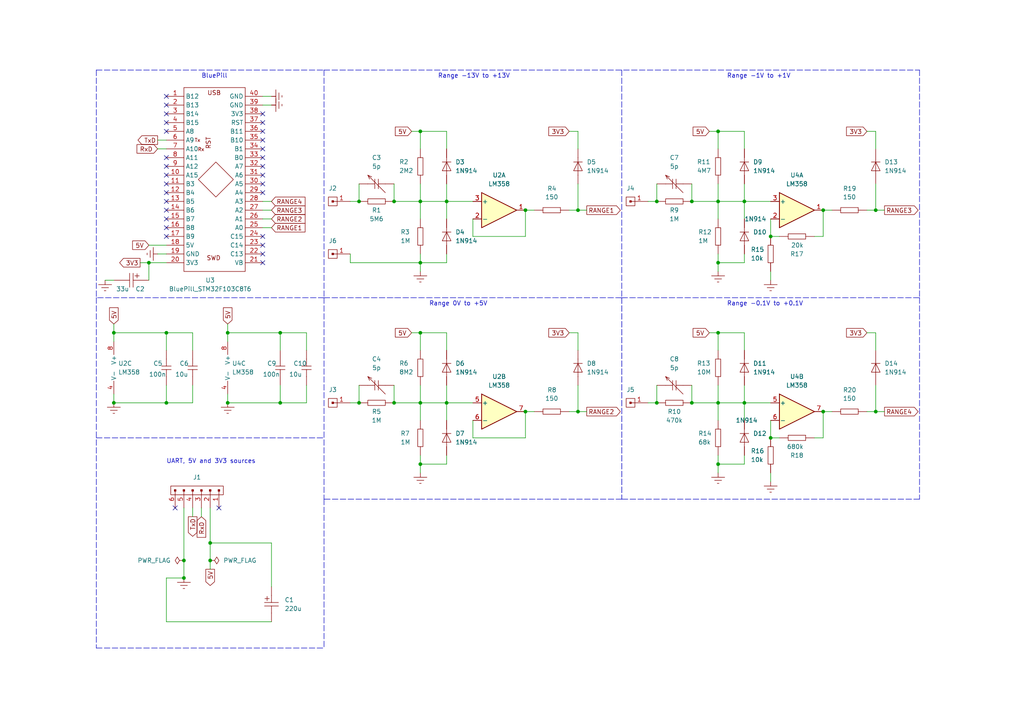
<source format=kicad_sch>
(kicad_sch (version 20211123) (generator eeschema)
  (paper "A4")
  (title_block (title "Arduino Blue Pill Scope") (date "2025-02-17") (rev "1") (company "https://github.com/dvhx/arduino-blue-pill-scope"))
  (lib_symbols
    (symbol "Amplifier_Operational:LM358" (pin_names (offset 0.127))
      (property "Reference" "U" (at 0 5.08 0))
      (property "Value" "LM358" (at 0 -5.08 0))
      (symbol "LM358_1_1"
        (polyline (pts (xy -5.08 5.08) (xy 5.08 0) (xy -5.08 -5.08) (xy -5.08 5.08)) (stroke (width 0.254)) (fill (type background)))
        (pin output line (at 7.62 0 180) (length 2.54) (name "~") (number "1"))
        (pin input line (at -7.62 -2.54 0) (length 2.54) (name "-") (number "2"))
        (pin input line (at -7.62 2.54 0) (length 2.54) (name "+") (number "3"))
      )
      (symbol "LM358_2_1"
        (polyline (pts (xy -5.08 5.08) (xy 5.08 0) (xy -5.08 -5.08) (xy -5.08 5.08)) (stroke (width 0.254)) (fill (type background)))
        (pin input line (at -7.62 2.54 0) (length 2.54) (name "+") (number "5"))
        (pin input line (at -7.62 -2.54 0) (length 2.54) (name "-") (number "6"))
        (pin output line (at 7.62 0 180) (length 2.54) (name "~") (number "7"))
      )
      (symbol "LM358_3_1"
        (pin power_in line (at -2.54 -7.62 90) (length 3.81) (name "V-") (number "4"))
        (pin power_in line (at -2.54 7.62 270) (length 3.81) (name "V+") (number "8"))
      )
    )
    (symbol "dvhx-kicad-library-2:BluePill_STM32F103C8T6"
      (property "Reference" "U" (at 13.716 4.064 0))
      (property "Value" "BluePill_STM32F103C8T6" (at 14.605 -52.07 0))
      (symbol "BluePill_STM32F103C8T6_0_0"
        (polyline (pts (xy 14.351 -19.05) (xy 9.271 -24.13) (xy 14.351 -29.21) (xy 19.431 -24.13) (xy 14.351 -19.05)))
        (text "RST" (at 12.192 -13.462 900) (effects (font (size 1.27 1.27))))
        (text "Rx" (at 10.033 -15.367 0) (effects (font (size 1 1))))
        (text "SWD" (at 13.7025 -46.8664 0) (effects (font (size 1.27 1.27))))
        (text "Tx" (at 9.017 -12.7 0) (effects (font (size 1 1))))
        (text "USB" (at 13.8464 1.0378 0) (effects (font (size 1.27 1.27))))
      )
      (symbol "BluePill_STM32F103C8T6_0_1"
        (rectangle (start 5.08 2.54) (end 22.86 -50.8))
      )
      (symbol "BluePill_STM32F103C8T6_1_1"
        (pin passive line (at 0 0 0) (length 5.08) (name "B12") (number "1"))
        (pin passive line (at 0 -22.86 0) (length 5.08) (name "A15") (number "10"))
        (pin passive line (at 0 -25.4 0) (length 5.08) (name "B3") (number "11"))
        (pin passive line (at 0 -27.94 0) (length 5.08) (name "B4") (number "12"))
        (pin passive line (at 0 -30.48 0) (length 5.08) (name "B5") (number "13"))
        (pin passive line (at 0 -33.02 0) (length 5.08) (name "B6") (number "14"))
        (pin passive line (at 0 -35.56 0) (length 5.08) (name "B7") (number "15"))
        (pin passive line (at 0 -38.1 0) (length 5.08) (name "B8") (number "16"))
        (pin passive line (at 0 -40.64 0) (length 5.08) (name "B9") (number "17"))
        (pin passive line (at 0 -43.18 0) (length 5.08) (name "5V") (number "18"))
        (pin passive line (at 0 -45.72 0) (length 5.08) (name "GND") (number "19"))
        (pin passive line (at 0 -2.54 0) (length 5.08) (name "B13") (number "2"))
        (pin passive line (at 0 -48.26 0) (length 5.08) (name "3V3") (number "20"))
        (pin passive line (at 27.94 -48.26 180) (length 5.08) (name "VB") (number "21"))
        (pin passive line (at 27.94 -45.72 180) (length 5.08) (name "C13") (number "22"))
        (pin passive line (at 27.94 -43.18 180) (length 5.08) (name "C14") (number "23"))
        (pin passive line (at 27.94 -40.64 180) (length 5.08) (name "C15") (number "24"))
        (pin passive line (at 27.94 -38.1 180) (length 5.08) (name "A0") (number "25"))
        (pin passive line (at 27.94 -35.56 180) (length 5.08) (name "A1") (number "26"))
        (pin passive line (at 27.94 -33.02 180) (length 5.08) (name "A2") (number "27"))
        (pin passive line (at 27.94 -30.48 180) (length 5.08) (name "A3") (number "28"))
        (pin passive line (at 27.94 -27.94 180) (length 5.08) (name "A4") (number "29"))
        (pin passive line (at 0 -5.08 0) (length 5.08) (name "B14") (number "3"))
        (pin passive line (at 27.94 -25.4 180) (length 5.08) (name "A5") (number "30"))
        (pin passive line (at 27.94 -22.86 180) (length 5.08) (name "A6") (number "31"))
        (pin passive line (at 27.94 -20.32 180) (length 5.08) (name "A7") (number "32"))
        (pin passive line (at 27.94 -17.78 180) (length 5.08) (name "B0") (number "33"))
        (pin passive line (at 27.94 -15.24 180) (length 5.08) (name "B1") (number "34"))
        (pin passive line (at 27.94 -12.7 180) (length 5.08) (name "B10") (number "35"))
        (pin passive line (at 27.94 -10.16 180) (length 5.08) (name "B11") (number "36"))
        (pin passive line (at 27.94 -7.62 180) (length 5.08) (name "RST") (number "37"))
        (pin passive line (at 27.94 -5.08 180) (length 5.08) (name "3V3") (number "38"))
        (pin passive line (at 27.94 -2.54 180) (length 5.08) (name "GND") (number "39"))
        (pin passive line (at 0 -7.62 0) (length 5.08) (name "B15") (number "4"))
        (pin passive line (at 27.94 0 180) (length 5.08) (name "GND") (number "40"))
        (pin passive line (at 0 -10.16 0) (length 5.08) (name "A8") (number "5"))
        (pin passive line (at 0 -12.7 0) (length 5.08) (name "A9") (number "6"))
        (pin passive line (at 0 -15.24 0) (length 5.08) (name "A10") (number "7"))
        (pin passive line (at 0 -17.78 0) (length 5.08) (name "A11") (number "8"))
        (pin passive line (at 0 -20.32 0) (length 5.08) (name "A12") (number "9"))
      )
    )
    (symbol "dvhx-kicad-library-2:C" (pin_numbers hide) (pin_names hide)
      (property "Reference" "C?" (at 4.064 1.016 0))
      (property "Value" "C" (at 3.683 -1.143 0))
      (symbol "C_0_1"
        (polyline (pts (xy 0 -0.508) (xy 0 -2.54)))
        (polyline (pts (xy 0 2.54) (xy 0 0.508)))
        (polyline (pts (xy 1.397 -0.508) (xy -1.397 -0.508)))
        (polyline (pts (xy 1.397 0.508) (xy -1.397 0.508)))
      )
      (symbol "C_1_1"
        (pin passive line (at 0 5.08 270) (length 2.54) (name "1") (number "1"))
        (pin passive line (at 0 -5.08 90) (length 2.54) (name "2") (number "2"))
      )
    )
    (symbol "dvhx-kicad-library-2:C_polarized" (pin_numbers hide) (pin_names hide)
      (property "Reference" "C?" (at 4.191 1.143 0))
      (property "Value" "C_polarized" (at 8.509 -1.397 0))
      (symbol "C_polarized_0_1"
        (polyline (pts (xy -1.27 2.286) (xy -1.27 1.016)))
        (polyline (pts (xy -0.635 1.651) (xy -1.905 1.651)))
        (polyline (pts (xy 0 -0.508) (xy 0 -2.54)))
        (polyline (pts (xy 0 2.54) (xy 0 0.508)))
        (polyline (pts (xy 2.032 -0.508) (xy -2.032 -0.508)))
        (polyline (pts (xy 2.032 0.508) (xy -2.032 0.508)))
      )
      (symbol "C_polarized_1_1"
        (pin passive line (at 0 -5.08 90) (length 2.54) (name "N") (number "N"))
        (pin passive line (at 0 5.08 270) (length 2.54) (name "P") (number "P"))
      )
    )
    (symbol "dvhx-kicad-library-2:C_variable" (pin_numbers hide) (pin_names hide)
      (property "Reference" "C?" (at 4.064 1.016 0))
      (property "Value" "C_variable" (at 7.874 -1.143 0))
      (symbol "C_variable_0_1"
        (polyline (pts (xy 0 -0.508) (xy 0 -2.54)))
        (polyline (pts (xy 0 2.54) (xy 0 0.508)))
        (polyline (pts (xy 1.397 -0.508) (xy -1.397 -0.508)))
        (polyline (pts (xy 1.397 0.508) (xy -1.397 0.508)))
        (polyline (pts (xy 2.54 2.54) (xy 1.397 2.032)))
        (polyline (pts (xy -2.54 -2.54) (xy 2.54 2.54) (xy 2.032 1.397)))
      )
      (symbol "C_variable_1_1"
        (pin passive line (at 0 5.08 270) (length 2.54) (name "1") (number "1"))
        (pin passive line (at 0 -5.08 90) (length 2.54) (name "2") (number "2"))
      )
    )
    (symbol "dvhx-kicad-library-2:D" (pin_numbers hide) (pin_names hide)
      (property "Reference" "D?" (at 2.921 1.143 0))
      (property "Value" "D" (at 2.413 -1.27 0))
      (symbol "D_0_1"
        (polyline (pts (xy 0 2.54) (xy 0 -2.54)))
        (polyline (pts (xy 1.27 -1.27) (xy -1.27 -1.27)))
        (polyline (pts (xy 0 -1.27) (xy 1.27 1.27) (xy -1.27 1.27) (xy 0 -1.27)))
      )
      (symbol "D_1_1"
        (pin passive line (at 0 5.08 270) (length 2.54) (name "A") (number "A"))
        (pin passive line (at 0 -5.08 90) (length 2.54) (name "K") (number "K"))
      )
    )
    (symbol "dvhx-kicad-library-2:GND" (power) (pin_numbers hide) (pin_names hide)
      (symbol "GND_0_1"
        (polyline (pts (xy -1.905 -1.27) (xy 1.905 -1.27)))
        (polyline (pts (xy -1.016 -2.159) (xy 1.016 -2.159)))
        (polyline (pts (xy -0.254 -3.048) (xy 0.254 -3.048)))
      )
      (symbol "GND_1_1"
        (pin power_in line (at 0 0 270) (length 1.27) (name "GND") (number "GND"))
      )
    )
    (symbol "dvhx-kicad-library-2:Header_1x1_male" (pin_names hide)
      (property "Reference" "J" (at -0.254 2.286 0))
      (symbol "Header_1x1_male_0_1"
        (rectangle (start -1.27 1.27) (end 1.27 -1.27))
        (rectangle (start -0.254 0.254) (end 0.254 -0.254) (fill (type outline)))
      )
      (symbol "Header_1x1_male_1_1"
        (pin passive line (at -5.08 0 0) (length 5.08) (name "1") (number "1"))
      )
    )
    (symbol "dvhx-kicad-library-2:Header_1x6_male" (pin_names hide)
      (property "Reference" "J" (at -0.254 2.286 0))
      (symbol "Header_1x6_male_0_1"
        (rectangle (start -1.27 1.27) (end 1.27 -13.97))
        (rectangle (start -0.254 -12.446) (end 0.254 -12.954) (fill (type outline)))
        (rectangle (start -0.254 -9.906) (end 0.254 -10.414) (fill (type outline)))
        (rectangle (start -0.254 -7.366) (end 0.254 -7.874) (fill (type outline)))
        (rectangle (start -0.254 -4.826) (end 0.254 -5.334) (fill (type outline)))
        (rectangle (start -0.254 -2.286) (end 0.254 -2.794) (fill (type outline)))
        (rectangle (start -0.254 0.254) (end 0.254 -0.254) (fill (type outline)))
      )
      (symbol "Header_1x6_male_1_1"
        (pin passive line (at -5.08 0 0) (length 5.08) (name "1") (number "1"))
        (pin passive line (at -5.08 -2.54 0) (length 5.08) (name "2") (number "2"))
        (pin passive line (at -5.08 -5.08 0) (length 5.08) (name "3") (number "3"))
        (pin passive line (at -5.08 -7.62 0) (length 5.08) (name "4") (number "4"))
        (pin passive line (at -5.08 -10.16 0) (length 5.08) (name "5") (number "5"))
        (pin passive line (at -5.08 -12.7 0) (length 5.08) (name "6") (number "6"))
      )
    )
    (symbol "dvhx-kicad-library-2:R" (pin_numbers hide) (pin_names hide)
      (property "Reference" "R?" (at 1.27 1.016 0))
      (property "Value" "R" (at 1.27 -1.143 0))
      (symbol "R_0_1"
        (polyline (pts (xy -0.762 2.54) (xy 0.762 2.54) (xy 0.762 -2.54) (xy -0.762 -2.54) (xy -0.762 2.54)))
      )
      (symbol "R_1_1"
        (pin passive line (at 0 5.08 270) (length 2.54) (name "1") (number "1"))
        (pin passive line (at 0 -5.08 90) (length 2.54) (name "2") (number "2"))
      )
    )
    (symbol "power:PWR_FLAG" (power) (pin_numbers hide) (pin_names (offset 0) hide)
      (property "Value" "PWR_FLAG" (at 0 3.81 0))
      (symbol "PWR_FLAG_0_0"
        (pin power_out line (at 0 0 90) (length 0) (name "pwr") (number "1"))
      )
      (symbol "PWR_FLAG_0_1"
        (polyline (pts (xy 0 0) (xy 0 1.27) (xy -1.016 1.905) (xy 0 2.54) (xy 1.016 1.905) (xy 0 1.27)))
      )
    )
  )
  (junction (at 121.92 96.52))
  (junction (at 223.52 68.58))
  (junction (at 200.66 58.42))
  (junction (at 215.9 58.42))
  (junction (at 208.28 116.84))
  (junction (at 121.92 76.2))
  (junction (at 208.28 58.42))
  (junction (at 48.26 96.52))
  (junction (at 121.92 58.42))
  (junction (at 208.28 134.62))
  (junction (at 129.54 116.84))
  (junction (at 223.52 127))
  (junction (at 208.28 76.2))
  (junction (at 81.28 116.84))
  (junction (at 190.5 58.42))
  (junction (at 238.76 119.38))
  (junction (at 60.96 157.48))
  (junction (at 121.92 116.84))
  (junction (at 81.28 96.52))
  (junction (at 104.14 58.42))
  (junction (at 129.54 58.42))
  (junction (at 121.92 38.1))
  (junction (at 152.4 119.38))
  (junction (at 167.64 60.96))
  (junction (at 152.4 60.96))
  (junction (at 53.34 162.56))
  (junction (at 33.02 116.84))
  (junction (at 190.5 116.84))
  (junction (at 53.34 167.64))
  (junction (at 208.28 38.1))
  (junction (at 104.14 116.84))
  (junction (at 167.64 119.38))
  (junction (at 238.76 60.96))
  (junction (at 43.18 76.2))
  (junction (at 215.9 116.84))
  (junction (at 66.04 116.84))
  (junction (at 33.02 96.52))
  (junction (at 121.92 134.62))
  (junction (at 66.04 96.52))
  (junction (at 48.26 116.84))
  (junction (at 114.3 116.84))
  (junction (at 254 60.96))
  (junction (at 60.96 162.56))
  (junction (at 254 119.38))
  (junction (at 114.3 58.42))
  (junction (at 200.66 116.84))
  (junction (at 208.28 96.52))
  (no_connect (at 50.8 147.32))
  (no_connect (at 63.5 147.32))
  (no_connect (at 76.2 35.56))
  (no_connect (at 76.2 33.02))
  (no_connect (at 48.26 55.88))
  (no_connect (at 48.26 45.72))
  (no_connect (at 48.26 50.8))
  (no_connect (at 76.2 68.58))
  (no_connect (at 48.26 35.56))
  (no_connect (at 48.26 38.1))
  (no_connect (at 48.26 30.48))
  (no_connect (at 48.26 27.94))
  (no_connect (at 48.26 33.02))
  (no_connect (at 48.26 68.58))
  (no_connect (at 48.26 60.96))
  (no_connect (at 48.26 66.04))
  (no_connect (at 48.26 63.5))
  (no_connect (at 48.26 48.26))
  (no_connect (at 48.26 53.34))
  (no_connect (at 76.2 55.88))
  (no_connect (at 76.2 50.8))
  (no_connect (at 76.2 53.34))
  (no_connect (at 48.26 58.42))
  (no_connect (at 76.2 48.26))
  (no_connect (at 76.2 76.2))
  (no_connect (at 76.2 73.66))
  (no_connect (at 76.2 71.12))
  (no_connect (at 76.2 38.1))
  (no_connect (at 76.2 40.64))
  (no_connect (at 76.2 43.18))
  (no_connect (at 76.2 45.72))
  (wire (pts (xy 208.28 76.2) (xy 215.9 76.2)))
  (wire (pts (xy 238.76 119.38) (xy 238.76 127)))
  (wire (pts (xy 215.9 111.76) (xy 215.9 116.84)))
  (wire (pts (xy 223.52 68.58) (xy 226.06 68.58)))
  (wire (pts (xy 215.9 96.52) (xy 215.9 101.6)))
  (polyline (pts (xy 93.98 20.32) (xy 266.7 20.32)))
  (wire (pts (xy 76.2 60.96) (xy 78.74 60.96)))
  (polyline (pts (xy 93.98 86.36) (xy 27.94 86.36)))
  (wire (pts (xy 137.16 127) (xy 152.4 127)))
  (wire (pts (xy 66.04 114.3) (xy 66.04 116.84)))
  (wire (pts (xy 104.14 111.76) (xy 104.14 116.84)))
  (wire (pts (xy 200.66 53.34) (xy 200.66 58.42)))
  (polyline (pts (xy 27.94 86.36) (xy 27.94 86.36)))
  (wire (pts (xy 251.46 38.1) (xy 254 38.1)))
  (wire (pts (xy 208.28 116.84) (xy 208.28 121.92)))
  (wire (pts (xy 165.1 119.38) (xy 167.64 119.38)))
  (wire (pts (xy 236.22 68.58) (xy 238.76 68.58)))
  (wire (pts (xy 121.92 132.08) (xy 121.92 134.62)))
  (wire (pts (xy 45.72 40.64) (xy 48.26 40.64)))
  (wire (pts (xy 81.28 116.84) (xy 88.9 116.84)))
  (wire (pts (xy 165.1 96.52) (xy 167.64 96.52)))
  (wire (pts (xy 78.74 180.34) (xy 48.26 180.34)))
  (wire (pts (xy 66.04 96.52) (xy 81.28 96.52)))
  (wire (pts (xy 223.52 127) (xy 226.06 127)))
  (wire (pts (xy 208.28 38.1) (xy 215.9 38.1)))
  (wire (pts (xy 121.92 53.34) (xy 121.92 58.42)))
  (wire (pts (xy 223.52 121.92) (xy 223.52 127)))
  (wire (pts (xy 129.54 53.34) (xy 129.54 58.42)))
  (wire (pts (xy 251.46 96.52) (xy 254 96.52)))
  (wire (pts (xy 60.96 147.32) (xy 60.96 157.48)))
  (wire (pts (xy 81.28 96.52) (xy 81.28 101.6)))
  (wire (pts (xy 167.64 111.76) (xy 167.64 119.38)))
  (wire (pts (xy 208.28 58.42) (xy 208.28 63.5)))
  (wire (pts (xy 121.92 101.6) (xy 121.92 96.52)))
  (polyline (pts (xy 180.34 86.36) (xy 180.34 144.78)))
  (wire (pts (xy 33.02 96.52) (xy 48.26 96.52)))
  (wire (pts (xy 208.28 132.08) (xy 208.28 134.62)))
  (wire (pts (xy 187.96 116.84) (xy 190.5 116.84)))
  (wire (pts (xy 236.22 127) (xy 238.76 127)))
  (wire (pts (xy 104.14 53.34) (xy 104.14 58.42)))
  (wire (pts (xy 121.92 116.84) (xy 121.92 121.92)))
  (wire (pts (xy 33.02 114.3) (xy 33.02 116.84)))
  (wire (pts (xy 208.28 134.62) (xy 215.9 134.62)))
  (wire (pts (xy 223.52 78.74) (xy 223.52 81.28)))
  (wire (pts (xy 254 119.38) (xy 256.54 119.38)))
  (wire (pts (xy 76.2 66.04) (xy 78.74 66.04)))
  (wire (pts (xy 129.54 96.52) (xy 129.54 101.6)))
  (wire (pts (xy 40.64 76.2) (xy 43.18 76.2)))
  (wire (pts (xy 101.6 73.66) (xy 101.6 76.2)))
  (wire (pts (xy 152.4 119.38) (xy 152.4 127)))
  (wire (pts (xy 254 101.6) (xy 254 96.52)))
  (wire (pts (xy 53.34 162.56) (xy 53.34 167.64)))
  (wire (pts (xy 129.54 132.08) (xy 129.54 134.62)))
  (wire (pts (xy 251.46 60.96) (xy 254 60.96)))
  (wire (pts (xy 129.54 38.1) (xy 129.54 43.18)))
  (wire (pts (xy 208.28 58.42) (xy 215.9 58.42)))
  (wire (pts (xy 129.54 116.84) (xy 137.16 116.84)))
  (wire (pts (xy 215.9 132.08) (xy 215.9 134.62)))
  (wire (pts (xy 60.96 157.48) (xy 78.74 157.48)))
  (wire (pts (xy 66.04 96.52) (xy 66.04 99.06)))
  (wire (pts (xy 238.76 60.96) (xy 238.76 68.58)))
  (wire (pts (xy 238.76 119.38) (xy 241.3 119.38)))
  (polyline (pts (xy 180.34 144.78) (xy 93.98 144.78)))
  (wire (pts (xy 121.92 111.76) (xy 121.92 116.84)))
  (wire (pts (xy 200.66 116.84) (xy 208.28 116.84)))
  (wire (pts (xy 101.6 116.84) (xy 104.14 116.84)))
  (wire (pts (xy 215.9 58.42) (xy 215.9 63.5)))
  (wire (pts (xy 30.48 81.28) (xy 33.02 81.28)))
  (wire (pts (xy 137.16 121.92) (xy 137.16 127)))
  (polyline (pts (xy 93.98 86.36) (xy 180.34 86.36)))
  (wire (pts (xy 167.64 60.96) (xy 170.18 60.96)))
  (wire (pts (xy 119.38 96.52) (xy 121.92 96.52)))
  (wire (pts (xy 66.04 93.98) (xy 66.04 96.52)))
  (wire (pts (xy 200.66 111.76) (xy 200.66 116.84)))
  (wire (pts (xy 254 111.76) (xy 254 119.38)))
  (wire (pts (xy 167.64 101.6) (xy 167.64 96.52)))
  (wire (pts (xy 129.54 116.84) (xy 129.54 121.92)))
  (wire (pts (xy 119.38 38.1) (xy 121.92 38.1)))
  (wire (pts (xy 114.3 116.84) (xy 121.92 116.84)))
  (wire (pts (xy 165.1 60.96) (xy 167.64 60.96)))
  (polyline (pts (xy 266.7 86.36) (xy 266.7 86.36)))
  (wire (pts (xy 114.3 53.34) (xy 114.3 58.42)))
  (wire (pts (xy 215.9 38.1) (xy 215.9 43.18)))
  (polyline (pts (xy 180.34 86.36) (xy 266.7 86.36)))
  (wire (pts (xy 254 43.18) (xy 254 38.1)))
  (wire (pts (xy 88.9 111.76) (xy 88.9 116.84)))
  (polyline (pts (xy 114.3 86.36) (xy 114.3 86.36)))
  (wire (pts (xy 76.2 58.42) (xy 78.74 58.42)))
  (wire (pts (xy 215.9 53.34) (xy 215.9 58.42)))
  (wire (pts (xy 208.28 73.66) (xy 208.28 76.2)))
  (wire (pts (xy 121.92 96.52) (xy 129.54 96.52)))
  (polyline (pts (xy 266.7 20.32) (xy 266.7 86.36)))
  (wire (pts (xy 45.72 73.66) (xy 48.26 73.66)))
  (wire (pts (xy 238.76 60.96) (xy 241.3 60.96)))
  (wire (pts (xy 208.28 111.76) (xy 208.28 116.84)))
  (polyline (pts (xy 27.94 20.32) (xy 27.94 86.36)))
  (wire (pts (xy 121.92 73.66) (xy 121.92 76.2)))
  (wire (pts (xy 121.92 58.42) (xy 129.54 58.42)))
  (polyline (pts (xy 27.94 127) (xy 93.98 127)))
  (wire (pts (xy 200.66 58.42) (xy 208.28 58.42)))
  (wire (pts (xy 33.02 96.52) (xy 33.02 99.06)))
  (wire (pts (xy 208.28 76.2) (xy 208.28 78.74)))
  (wire (pts (xy 81.28 96.52) (xy 88.9 96.52)))
  (wire (pts (xy 121.92 116.84) (xy 129.54 116.84)))
  (wire (pts (xy 215.9 116.84) (xy 223.52 116.84)))
  (wire (pts (xy 215.9 116.84) (xy 215.9 121.92)))
  (wire (pts (xy 187.96 58.42) (xy 190.5 58.42)))
  (wire (pts (xy 101.6 58.42) (xy 104.14 58.42)))
  (wire (pts (xy 254 53.34) (xy 254 60.96)))
  (wire (pts (xy 101.6 76.2) (xy 121.92 76.2)))
  (polyline (pts (xy 27.94 20.32) (xy 93.98 20.32)))
  (wire (pts (xy 81.28 111.76) (xy 81.28 116.84)))
  (wire (pts (xy 60.96 157.48) (xy 60.96 162.56)))
  (wire (pts (xy 223.52 137.16) (xy 223.52 139.7)))
  (wire (pts (xy 152.4 60.96) (xy 152.4 68.58)))
  (wire (pts (xy 76.2 63.5) (xy 78.74 63.5)))
  (wire (pts (xy 205.74 96.52) (xy 208.28 96.52)))
  (wire (pts (xy 121.92 58.42) (xy 121.92 63.5)))
  (wire (pts (xy 129.54 111.76) (xy 129.54 116.84)))
  (polyline (pts (xy 93.98 86.36) (xy 93.98 144.78)))
  (wire (pts (xy 167.64 119.38) (xy 170.18 119.38)))
  (wire (pts (xy 215.9 73.66) (xy 215.9 76.2)))
  (wire (pts (xy 208.28 134.62) (xy 208.28 137.16)))
  (polyline (pts (xy 93.98 20.32) (xy 93.98 86.36)))
  (wire (pts (xy 129.54 58.42) (xy 137.16 58.42)))
  (wire (pts (xy 137.16 68.58) (xy 152.4 68.58)))
  (wire (pts (xy 137.16 63.5) (xy 137.16 68.58)))
  (polyline (pts (xy 27.94 86.36) (xy 27.94 187.96)))
  (wire (pts (xy 121.92 134.62) (xy 121.92 137.16)))
  (polyline (pts (xy 93.98 144.78) (xy 93.98 187.96)))
  (wire (pts (xy 114.3 58.42) (xy 121.92 58.42)))
  (wire (pts (xy 58.42 147.32) (xy 58.42 149.86)))
  (wire (pts (xy 190.5 111.76) (xy 190.5 116.84)))
  (wire (pts (xy 223.52 63.5) (xy 223.52 68.58)))
  (wire (pts (xy 55.88 101.6) (xy 55.88 96.52)))
  (wire (pts (xy 48.26 116.84) (xy 55.88 116.84)))
  (wire (pts (xy 190.5 53.34) (xy 190.5 58.42)))
  (wire (pts (xy 129.54 58.42) (xy 129.54 63.5)))
  (wire (pts (xy 215.9 58.42) (xy 223.52 58.42)))
  (wire (pts (xy 129.54 73.66) (xy 129.54 76.2)))
  (wire (pts (xy 48.26 180.34) (xy 48.26 167.64)))
  (wire (pts (xy 254 60.96) (xy 256.54 60.96)))
  (wire (pts (xy 43.18 76.2) (xy 48.26 76.2)))
  (wire (pts (xy 33.02 116.84) (xy 48.26 116.84)))
  (wire (pts (xy 88.9 101.6) (xy 88.9 96.52)))
  (wire (pts (xy 167.64 43.18) (xy 167.64 38.1)))
  (wire (pts (xy 55.88 147.32) (xy 55.88 149.86)))
  (wire (pts (xy 33.02 93.98) (xy 33.02 96.52)))
  (wire (pts (xy 167.64 53.34) (xy 167.64 60.96)))
  (wire (pts (xy 208.28 43.18) (xy 208.28 38.1)))
  (wire (pts (xy 208.28 101.6) (xy 208.28 96.52)))
  (wire (pts (xy 114.3 111.76) (xy 114.3 116.84)))
  (wire (pts (xy 251.46 119.38) (xy 254 119.38)))
  (wire (pts (xy 208.28 53.34) (xy 208.28 58.42)))
  (wire (pts (xy 152.4 119.38) (xy 154.94 119.38)))
  (wire (pts (xy 55.88 111.76) (xy 55.88 116.84)))
  (wire (pts (xy 43.18 76.2) (xy 43.18 81.28)))
  (wire (pts (xy 45.72 43.18) (xy 48.26 43.18)))
  (wire (pts (xy 76.2 27.94) (xy 78.74 27.94)))
  (wire (pts (xy 60.96 162.56) (xy 60.96 165.1)))
  (wire (pts (xy 208.28 116.84) (xy 215.9 116.84)))
  (wire (pts (xy 208.28 96.52) (xy 215.9 96.52)))
  (polyline (pts (xy 180.34 86.36) (xy 180.34 144.78)))
  (polyline (pts (xy 266.7 86.36) (xy 266.7 144.78)))
  (wire (pts (xy 121.92 43.18) (xy 121.92 38.1)))
  (wire (pts (xy 48.26 167.64) (xy 53.34 167.64)))
  (wire (pts (xy 66.04 116.84) (xy 81.28 116.84)))
  (wire (pts (xy 48.26 111.76) (xy 48.26 116.84)))
  (wire (pts (xy 121.92 76.2) (xy 129.54 76.2)))
  (wire (pts (xy 53.34 147.32) (xy 53.34 162.56)))
  (wire (pts (xy 121.92 76.2) (xy 121.92 78.74)))
  (wire (pts (xy 43.18 71.12) (xy 48.26 71.12)))
  (wire (pts (xy 121.92 134.62) (xy 129.54 134.62)))
  (wire (pts (xy 205.74 38.1) (xy 208.28 38.1)))
  (polyline (pts (xy 180.34 20.32) (xy 180.34 86.36)))
  (wire (pts (xy 48.26 96.52) (xy 48.26 101.6)))
  (polyline (pts (xy 266.7 144.78) (xy 180.34 144.78)))
  (wire (pts (xy 152.4 60.96) (xy 154.94 60.96)))
  (polyline (pts (xy 27.94 187.96) (xy 93.98 187.96)))
  (wire (pts (xy 48.26 96.52) (xy 55.88 96.52)))
  (wire (pts (xy 165.1 38.1) (xy 167.64 38.1)))
  (wire (pts (xy 78.74 170.18) (xy 78.74 157.48)))
  (wire (pts (xy 121.92 38.1) (xy 129.54 38.1)))
  (wire (pts (xy 76.2 30.48) (xy 78.74 30.48)))
  (text "Range 0V to +5V" (at 124.46 88.9 0) (effects (font (size 1.27 1.27)) (justify left bottom)))
  (text "BluePill" (at 58.42 22.86 0) (effects (font (size 1.27 1.27)) (justify left bottom)))
  (text "UART, 5V and 3V3 sources" (at 48.26 134.62 0) (effects (font (size 1.27 1.27)) (justify left bottom)))
  (text "Range -1V to +1V" (at 210.82 22.86 0) (effects (font (size 1.27 1.27)) (justify left bottom)))
  (text "Range -0.1V to +0.1V" (at 210.82 88.9 0) (effects (font (size 1.27 1.27)) (justify left bottom)))
  (text "Range -13V to +13V" (at 127 22.86 0) (effects (font (size 1.27 1.27)) (justify left bottom)))
  (global_label "5V" (shape input) (at 66.04 93.98 90) (property "Intersheet References" "${INTERSHEET_REFS}" (effects hide)))
  (global_label "5V" (shape input) (at 43.18 71.12 180) (property "Intersheet References" "${INTERSHEET_REFS}" (effects hide)))
  (global_label "TxD" (shape output) (at 55.88 149.86 270) (property "Intersheet References" "${INTERSHEET_REFS}" (effects hide)))
  (global_label "RANGE2" (shape input) (at 78.74 63.5 0) (property "Intersheet References" "${INTERSHEET_REFS}" (effects hide)))
  (global_label "3V3" (shape output) (at 40.64 76.2 180) (property "Intersheet References" "${INTERSHEET_REFS}" (effects hide)))
  (global_label "RANGE3" (shape input) (at 78.74 60.96 0) (property "Intersheet References" "${INTERSHEET_REFS}" (effects hide)))
  (global_label "RxD" (shape input) (at 58.42 149.86 270) (property "Intersheet References" "${INTERSHEET_REFS}" (effects hide)))
  (global_label "RxD" (shape input) (at 45.72 43.18 180) (property "Intersheet References" "${INTERSHEET_REFS}" (effects hide)))
  (global_label "RANGE4" (shape output) (at 256.54 119.38 0) (property "Intersheet References" "${INTERSHEET_REFS}" (effects hide)))
  (global_label "3V3" (shape input) (at 251.46 38.1 180) (property "Intersheet References" "${INTERSHEET_REFS}" (effects hide)))
  (global_label "RANGE4" (shape input) (at 78.74 58.42 0) (property "Intersheet References" "${INTERSHEET_REFS}" (effects hide)))
  (global_label "3V3" (shape input) (at 165.1 96.52 180) (property "Intersheet References" "${INTERSHEET_REFS}" (effects hide)))
  (global_label "5V" (shape input) (at 119.38 38.1 180) (property "Intersheet References" "${INTERSHEET_REFS}" (effects hide)))
  (global_label "RANGE1" (shape input) (at 78.74 66.04 0) (property "Intersheet References" "${INTERSHEET_REFS}" (effects hide)))
  (global_label "RANGE1" (shape output) (at 170.18 60.96 0) (property "Intersheet References" "${INTERSHEET_REFS}" (effects hide)))
  (global_label "5V" (shape input) (at 33.02 93.98 90) (property "Intersheet References" "${INTERSHEET_REFS}" (effects hide)))
  (global_label "5V" (shape input) (at 119.38 96.52 180) (property "Intersheet References" "${INTERSHEET_REFS}" (effects hide)))
  (global_label "3V3" (shape input) (at 165.1 38.1 180) (property "Intersheet References" "${INTERSHEET_REFS}" (effects hide)))
  (global_label "3V3" (shape input) (at 251.46 96.52 180) (property "Intersheet References" "${INTERSHEET_REFS}" (effects hide)))
  (global_label "RANGE2" (shape output) (at 170.18 119.38 0) (property "Intersheet References" "${INTERSHEET_REFS}" (effects hide)))
  (global_label "RANGE3" (shape output) (at 256.54 60.96 0) (property "Intersheet References" "${INTERSHEET_REFS}" (effects hide)))
  (global_label "TxD" (shape output) (at 45.72 40.64 180) (property "Intersheet References" "${INTERSHEET_REFS}" (effects hide)))
  (global_label "5V" (shape output) (at 60.96 165.1 270) (property "Intersheet References" "${INTERSHEET_REFS}" (effects hide)))
  (global_label "5V" (shape input) (at 205.74 96.52 180) (property "Intersheet References" "${INTERSHEET_REFS}" (effects hide)))
  (global_label "5V" (shape input) (at 205.74 38.1 180) (property "Intersheet References" "${INTERSHEET_REFS}" (effects hide)))
  (symbol (lib_id "dvhx-kicad-library-2:C_variable") (at 195.58 111.76 90) (unit 1) (on_board no)
    (property "Reference" "C8" (at 195.58 104.14 90))
    (property "Value" "5p" (at 195.58 106.68 90))
    (property "Footprint" "dvhx-kicad-library-2:C_variable" (effects hide))
  )
  (symbol (lib_id "dvhx-kicad-library-2:GND") (at 66.04 116.84 0) (unit 1)
    (property "Reference" "#GND012" (effects hide))
    (property "Value" "GND" (effects hide))
  )
  (symbol (lib_id "dvhx-kicad-library-2:GND") (at 78.74 30.48 90) (unit 1)
    (property "Reference" "#GND04" (effects hide))
    (property "Value" "GND" (effects hide))
  )
  (symbol (lib_id "dvhx-kicad-library-2:D") (at 215.9 48.26 180) (unit 1) (on_board no)
    (property "Reference" "D9" (at 218.44 46.9899 0) (effects (justify right)))
    (property "Value" "1N914" (at 218.44 49.5299 0) (effects (justify right)))
    (property "Footprint" "dvhx-kicad-library-2:D_DO-41" (effects hide))
  )
  (symbol (lib_id "Amplifier_Operational:LM358") (at 231.14 60.96 0) (unit 1) (on_board no)
    (property "Reference" "U4" (at 231.14 50.8 0))
    (property "Value" "LM358" (at 231.14 53.34 0))
    (property "Footprint" "Package_DIP:DIP-8_W7.62mm" (effects hide))
    (property "Datasheet" "http://www.ti.com/lit/ds/symlink/lm2904-n.pdf" (effects hide))
  )
  (symbol (lib_id "dvhx-kicad-library-2:GND") (at 121.92 78.74 0) (unit 1)
    (property "Reference" "#GND05" (effects hide))
    (property "Value" "GND" (effects hide))
  )
  (symbol (lib_id "dvhx-kicad-library-2:Header_1x6_male") (at 63.5 142.24 270) (mirror x) (unit 1)
    (property "Reference" "J1" (at 57.15 138.43 90))
    (property "Value" "Header_1x6_male" (effects hide))
    (property "Footprint" "dvhx-kicad-library-2:Header_1x6_male_upright" (effects hide))
  )
  (symbol (lib_id "dvhx-kicad-library-2:R") (at 109.22 116.84 270) (unit 1)
    (property "Reference" "R5" (at 109.22 119.38 90))
    (property "Value" "1M" (at 109.22 121.92 90))
    (property "Footprint" "dvhx-kicad-library-2:R_0.25W" (effects hide))
  )
  (symbol (lib_id "dvhx-kicad-library-2:D") (at 254 48.26 180) (unit 1) (on_board no)
    (property "Reference" "D13" (at 256.54 46.9899 0) (effects (justify right)))
    (property "Value" "1N914" (at 256.54 49.5299 0) (effects (justify right)))
    (property "Footprint" "dvhx-kicad-library-2:D_DO-41" (effects hide))
  )
  (symbol (lib_id "power:PWR_FLAG") (at 53.34 162.56 90) (unit 1)
    (property "Reference" "#FLG01" (effects hide))
    (property "Value" "PWR_FLAG" (at 49.53 162.5599 90) (effects (justify left)))
  )
  (symbol (lib_id "dvhx-kicad-library-2:R") (at 223.52 73.66 180) (unit 1) (on_board no)
    (property "Reference" "R15" (at 217.7596 72.3802 0) (effects (justify right)))
    (property "Value" "10k" (at 217.7596 74.9202 0) (effects (justify right)))
    (property "Footprint" "dvhx-kicad-library-2:R_0.25W" (effects hide))
  )
  (symbol (lib_id "Amplifier_Operational:LM358") (at 144.78 60.96 0) (unit 1)
    (property "Reference" "U2" (at 144.78 50.8 0))
    (property "Value" "LM358" (at 144.78 53.34 0))
    (property "Footprint" "Package_DIP:DIP-8_W7.62mm" (effects hide))
    (property "Datasheet" "http://www.ti.com/lit/ds/symlink/lm2904-n.pdf" (effects hide))
  )
  (symbol (lib_id "dvhx-kicad-library-2:D") (at 129.54 48.26 180) (unit 1)
    (property "Reference" "D3" (at 132.08 46.9899 0) (effects (justify right)))
    (property "Value" "1N914" (at 132.08 49.5299 0) (effects (justify right)))
    (property "Footprint" "dvhx-kicad-library-2:D_DO-41" (effects hide))
  )
  (symbol (lib_id "dvhx-kicad-library-2:GND") (at 208.28 78.74 0) (unit 1)
    (property "Reference" "#GND08" (effects hide))
    (property "Value" "GND" (effects hide))
  )
  (symbol (lib_id "dvhx-kicad-library-2:GND") (at 78.74 27.94 90) (unit 1)
    (property "Reference" "#GND03" (effects hide))
    (property "Value" "GND" (effects hide))
  )
  (symbol (lib_id "dvhx-kicad-library-2:Header_1x1_male") (at 182.88 116.84 0) (mirror y) (unit 1) (on_board no)
    (property "Reference" "J5" (at 182.88 113.03 0))
    (property "Value" "Header_1x1_male" (effects hide))
    (property "Footprint" "dvhx-kicad-library-2:Header_1x1_male_upright" (effects hide))
  )
  (symbol (lib_id "dvhx-kicad-library-2:D") (at 254 106.68 180) (unit 1) (on_board no)
    (property "Reference" "D14" (at 256.54 105.4099 0) (effects (justify right)))
    (property "Value" "1N914" (at 256.54 107.9499 0) (effects (justify right)))
    (property "Footprint" "dvhx-kicad-library-2:D_DO-41" (effects hide))
  )
  (symbol (lib_id "dvhx-kicad-library-2:D") (at 167.64 106.68 180) (unit 1)
    (property "Reference" "D8" (at 170.18 105.4099 0) (effects (justify right)))
    (property "Value" "1N914" (at 170.18 107.9499 0) (effects (justify right)))
    (property "Footprint" "dvhx-kicad-library-2:D_DO-41" (effects hide))
  )
  (symbol (lib_id "dvhx-kicad-library-2:R") (at 246.38 119.38 270) (unit 1) (on_board no)
    (property "Reference" "R20" (at 246.4476 113.1126 90))
    (property "Value" "150" (at 246.38 115.57 90))
    (property "Footprint" "dvhx-kicad-library-2:R_0.25W" (effects hide))
  )
  (symbol (lib_id "power:PWR_FLAG") (at 60.96 162.56 270) (unit 1)
    (property "Reference" "#FLG02" (effects hide))
    (property "Value" "PWR_FLAG" (at 64.77 162.5599 90) (effects (justify left)))
  )
  (symbol (lib_id "dvhx-kicad-library-2:R") (at 121.92 127 180) (unit 1)
    (property "Reference" "R7" (at 116.1596 125.7202 0) (effects (justify right)))
    (property "Value" "1M" (at 116.1596 128.2602 0) (effects (justify right)))
    (property "Footprint" "dvhx-kicad-library-2:R_0.25W" (effects hide))
  )
  (symbol (lib_id "dvhx-kicad-library-2:C") (at 55.88 106.68 0) (unit 1)
    (property "Reference" "C6" (at 52.07 105.41 0) (effects (justify left)))
    (property "Value" "10u" (at 50.8 108.585 0) (effects (justify left)))
    (property "Footprint" "dvhx-kicad-library-2:C_0805" (effects hide))
  )
  (symbol (lib_id "dvhx-kicad-library-2:GND") (at 53.34 167.64 0) (unit 1)
    (property "Reference" "#GND01" (effects hide))
    (property "Value" "GND" (effects hide))
  )
  (symbol (lib_id "dvhx-kicad-library-2:C_polarized") (at 78.74 175.26 0) (unit 1)
    (property "Reference" "C1" (at 82.55 173.9899 0) (effects (justify left)))
    (property "Value" "220u" (at 82.55 176.5299 0) (effects (justify left)))
    (property "Footprint" "dvhx-kicad-library-2:C_polarized_D6.35mm_H5.65mm_P2.54mm" (effects hide))
  )
  (symbol (lib_id "dvhx-kicad-library-2:GND") (at 45.72 73.66 270) (unit 1)
    (property "Reference" "#GND02" (effects hide))
    (property "Value" "GND" (effects hide))
  )
  (symbol (lib_id "dvhx-kicad-library-2:R") (at 223.52 132.08 180) (unit 1) (on_board no)
    (property "Reference" "R16" (at 217.7596 130.8002 0) (effects (justify right)))
    (property "Value" "10k" (at 217.7596 133.3402 0) (effects (justify right)))
    (property "Footprint" "dvhx-kicad-library-2:R_0.25W" (effects hide))
  )
  (symbol (lib_id "dvhx-kicad-library-2:C") (at 48.26 106.68 0) (unit 1)
    (property "Reference" "C5" (at 44.45 105.41 0) (effects (justify left)))
    (property "Value" "100n" (at 43.18 108.585 0) (effects (justify left)))
    (property "Footprint" "dvhx-kicad-library-2:C_0805" (effects hide))
  )
  (symbol (lib_id "dvhx-kicad-library-2:D") (at 167.64 48.26 180) (unit 1)
    (property "Reference" "D5" (at 170.18 46.9899 0) (effects (justify right)))
    (property "Value" "1N914" (at 170.18 49.5299 0) (effects (justify right)))
    (property "Footprint" "dvhx-kicad-library-2:D_DO-41" (effects hide))
  )
  (symbol (lib_id "dvhx-kicad-library-2:C") (at 88.9 106.68 0) (unit 1) (on_board no)
    (property "Reference" "C10" (at 85.09 105.41 0) (effects (justify left)))
    (property "Value" "10u" (at 83.82 108.585 0) (effects (justify left)))
    (property "Footprint" "dvhx-kicad-library-2:C_0805" (effects hide))
  )
  (symbol (lib_id "dvhx-kicad-library-2:D") (at 215.9 127 180) (unit 1) (on_board no)
    (property "Reference" "D12" (at 218.44 125.7299 0) (effects (justify right)))
    (property "Value" "1N914" (at 213.36 121.92 0) (effects (justify right)))
    (property "Footprint" "dvhx-kicad-library-2:D_DO-41" (effects hide))
  )
  (symbol (lib_id "dvhx-kicad-library-2:R") (at 160.02 60.96 270) (unit 1)
    (property "Reference" "R4" (at 160.0876 54.6926 90))
    (property "Value" "150" (at 160.02 57.15 90))
    (property "Footprint" "dvhx-kicad-library-2:R_0.25W" (effects hide))
  )
  (symbol (lib_id "dvhx-kicad-library-2:GND") (at 33.02 116.84 0) (unit 1)
    (property "Reference" "#GND07" (effects hide))
    (property "Value" "GND" (effects hide))
  )
  (symbol (lib_id "dvhx-kicad-library-2:GND") (at 121.92 137.16 0) (unit 1)
    (property "Reference" "#GND06" (effects hide))
    (property "Value" "GND" (effects hide))
  )
  (symbol (lib_id "dvhx-kicad-library-2:D") (at 129.54 68.58 180) (unit 1)
    (property "Reference" "D4" (at 132.08 67.3099 0) (effects (justify right)))
    (property "Value" "1N914" (at 132.08 69.8499 0) (effects (justify right)))
    (property "Footprint" "dvhx-kicad-library-2:D_DO-41" (effects hide))
  )
  (symbol (lib_id "dvhx-kicad-library-2:R") (at 246.38 60.96 270) (unit 1) (on_board no)
    (property "Reference" "R19" (at 246.4476 54.6926 90))
    (property "Value" "150" (at 246.38 57.15 90))
    (property "Footprint" "dvhx-kicad-library-2:R_0.25W" (effects hide))
  )
  (symbol (lib_id "dvhx-kicad-library-2:GND") (at 223.52 139.7 0) (unit 1)
    (property "Reference" "#GND011" (effects hide))
    (property "Value" "GND" (effects hide))
  )
  (symbol (lib_id "dvhx-kicad-library-2:Header_1x1_male") (at 96.52 58.42 0) (mirror y) (unit 1)
    (property "Reference" "J2" (at 96.52 54.61 0))
    (property "Value" "Header_1x1_male" (effects hide))
    (property "Footprint" "dvhx-kicad-library-2:Header_1x1_male_upright" (effects hide))
  )
  (symbol (lib_id "dvhx-kicad-library-2:D") (at 129.54 127 180) (unit 1)
    (property "Reference" "D7" (at 132.08 125.7299 0) (effects (justify right)))
    (property "Value" "1N914" (at 132.08 128.2699 0) (effects (justify right)))
    (property "Footprint" "dvhx-kicad-library-2:D_DO-41" (effects hide))
  )
  (symbol (lib_id "dvhx-kicad-library-2:D") (at 129.54 106.68 180) (unit 1)
    (property "Reference" "D6" (at 132.08 105.4099 0) (effects (justify right)))
    (property "Value" "1N914" (at 132.08 107.9499 0) (effects (justify right)))
    (property "Footprint" "dvhx-kicad-library-2:D_DO-41" (effects hide))
  )
  (symbol (lib_id "dvhx-kicad-library-2:R") (at 208.28 48.26 180) (unit 1) (on_board no)
    (property "Reference" "R11" (at 202.147 46.9576 0) (effects (justify right)))
    (property "Value" "4M7" (at 202.147 49.4976 0) (effects (justify right)))
    (property "Footprint" "dvhx-kicad-library-2:R_0.25W" (effects hide))
  )
  (symbol (lib_id "dvhx-kicad-library-2:R") (at 208.28 68.58 180) (unit 1) (on_board no)
    (property "Reference" "R12" (at 202.5196 67.3002 0) (effects (justify right)))
    (property "Value" "1M" (at 202.5196 69.8402 0) (effects (justify right)))
    (property "Footprint" "dvhx-kicad-library-2:R_0.25W" (effects hide))
  )
  (symbol (lib_id "dvhx-kicad-library-2:R") (at 195.58 58.42 270) (unit 1) (on_board no)
    (property "Reference" "R9" (at 195.58 60.96 90))
    (property "Value" "1M" (at 195.58 63.5 90))
    (property "Footprint" "dvhx-kicad-library-2:R_0.25W" (effects hide))
  )
  (symbol (lib_id "Amplifier_Operational:LM358") (at 68.58 106.68 0) (unit 3) (on_board no)
    (property "Reference" "U4" (at 67.31 105.4099 0) (effects (justify left)))
    (property "Value" "LM358" (at 67.31 107.9499 0) (effects (justify left)))
    (property "Footprint" "Package_DIP:DIP-8_W7.62mm" (effects hide))
    (property "Datasheet" "http://www.ti.com/lit/ds/symlink/lm2904-n.pdf" (effects hide))
  )
  (symbol (lib_id "dvhx-kicad-library-2:R") (at 208.28 106.68 180) (unit 1) (on_board no)
    (property "Reference" "R13" (at 202.147 105.3776 0) (effects (justify right)))
    (property "Value" "10M" (at 202.147 107.9176 0) (effects (justify right)))
    (property "Footprint" "dvhx-kicad-library-2:R_0.25W" (effects hide))
  )
  (symbol (lib_id "dvhx-kicad-library-2:GND") (at 30.48 81.28 0) (unit 1)
    (property "Reference" "#GND013" (effects hide))
    (property "Value" "GND" (effects hide))
  )
  (symbol (lib_id "dvhx-kicad-library-2:R") (at 231.14 68.58 270) (unit 1) (on_board no)
    (property "Reference" "R17" (at 233.0904 73.6698 90) (effects (justify right)))
    (property "Value" "20k" (at 233.0904 71.1298 90) (effects (justify right)))
    (property "Footprint" "dvhx-kicad-library-2:R_0.25W" (effects hide))
  )
  (symbol (lib_id "dvhx-kicad-library-2:C_variable") (at 195.58 53.34 90) (unit 1) (on_board no)
    (property "Reference" "C7" (at 195.58 45.72 90))
    (property "Value" "5p" (at 195.58 48.26 90))
    (property "Footprint" "dvhx-kicad-library-2:C_variable" (effects hide))
  )
  (symbol (lib_id "dvhx-kicad-library-2:R") (at 121.92 48.26 180) (unit 1)
    (property "Reference" "R2" (at 115.787 46.9576 0) (effects (justify right)))
    (property "Value" "2M2" (at 115.787 49.4976 0) (effects (justify right)))
    (property "Footprint" "dvhx-kicad-library-2:R_0.25W" (effects hide))
  )
  (symbol (lib_id "dvhx-kicad-library-2:C") (at 81.28 106.68 0) (unit 1) (on_board no)
    (property "Reference" "C9" (at 77.47 105.41 0) (effects (justify left)))
    (property "Value" "100n" (at 76.2 108.585 0) (effects (justify left)))
    (property "Footprint" "dvhx-kicad-library-2:C_0805" (effects hide))
  )
  (symbol (lib_id "dvhx-kicad-library-2:C_variable") (at 109.22 111.76 90) (unit 1)
    (property "Reference" "C4" (at 109.22 104.14 90))
    (property "Value" "5p" (at 109.22 106.68 90))
    (property "Footprint" "dvhx-kicad-library-2:C_variable" (effects hide))
  )
  (symbol (lib_id "Amplifier_Operational:LM358") (at 231.14 119.38 0) (unit 2) (on_board no)
    (property "Reference" "U4" (at 231.14 109.22 0))
    (property "Value" "LM358" (at 231.14 111.76 0))
    (property "Footprint" "Package_DIP:DIP-8_W7.62mm" (effects hide))
    (property "Datasheet" "http://www.ti.com/lit/ds/symlink/lm2904-n.pdf" (effects hide))
  )
  (symbol (lib_id "dvhx-kicad-library-2:Header_1x1_male") (at 96.52 116.84 0) (mirror y) (unit 1)
    (property "Reference" "J3" (at 96.52 113.03 0))
    (property "Value" "Header_1x1_male" (effects hide))
    (property "Footprint" "dvhx-kicad-library-2:Header_1x1_male_upright" (effects hide))
  )
  (symbol (lib_id "dvhx-kicad-library-2:R") (at 208.28 127 180) (unit 1) (on_board no)
    (property "Reference" "R14" (at 202.5196 125.7202 0) (effects (justify right)))
    (property "Value" "68k" (at 202.5196 128.2602 0) (effects (justify right)))
    (property "Footprint" "dvhx-kicad-library-2:R_0.25W" (effects hide))
  )
  (symbol (lib_id "dvhx-kicad-library-2:C_polarized") (at 38.1 81.28 270) (unit 1)
    (property "Reference" "C2" (at 40.64 83.82 90))
    (property "Value" "33u" (at 35.56 83.82 90))
    (property "Footprint" "dvhx-kicad-library-2:C_polarized_D6.35mm_H5.65mm_P2.54mm" (effects hide))
  )
  (symbol (lib_id "Amplifier_Operational:LM358") (at 35.56 106.68 0) (unit 3)
    (property "Reference" "U2" (at 34.29 105.4099 0) (effects (justify left)))
    (property "Value" "LM358" (at 34.29 107.9499 0) (effects (justify left)))
    (property "Footprint" "Package_DIP:DIP-8_W7.62mm" (effects hide))
    (property "Datasheet" "http://www.ti.com/lit/ds/symlink/lm2904-n.pdf" (effects hide))
  )
  (symbol (lib_id "dvhx-kicad-library-2:GND") (at 223.52 81.28 0) (unit 1)
    (property "Reference" "#GND010" (effects hide))
    (property "Value" "GND" (effects hide))
  )
  (symbol (lib_id "dvhx-kicad-library-2:BluePill_STM32F103C8T6") (at 48.26 27.94 0) (unit 1)
    (property "Reference" "U3" (at 60.96 81.28 0))
    (property "Value" "BluePill_STM32F103C8T6" (at 60.96 83.82 0))
    (property "Footprint" "dvhx-kicad-library-2:BluePill_STM32F103C8T6" (effects hide))
  )
  (symbol (lib_id "dvhx-kicad-library-2:Header_1x1_male") (at 182.88 58.42 0) (mirror y) (unit 1) (on_board no)
    (property "Reference" "J4" (at 182.88 54.61 0))
    (property "Value" "Header_1x1_male" (effects hide))
    (property "Footprint" "dvhx-kicad-library-2:Header_1x1_male_upright" (effects hide))
  )
  (symbol (lib_id "dvhx-kicad-library-2:D") (at 215.9 106.68 180) (unit 1) (on_board no)
    (property "Reference" "D11" (at 218.44 105.4099 0) (effects (justify right)))
    (property "Value" "1N914" (at 218.44 107.9499 0) (effects (justify right)))
    (property "Footprint" "dvhx-kicad-library-2:D_DO-41" (effects hide))
  )
  (symbol (lib_id "Amplifier_Operational:LM358") (at 144.78 119.38 0) (unit 2)
    (property "Reference" "U2" (at 144.78 109.22 0))
    (property "Value" "LM358" (at 144.78 111.76 0))
    (property "Footprint" "Package_DIP:DIP-8_W7.62mm" (effects hide))
    (property "Datasheet" "http://www.ti.com/lit/ds/symlink/lm2904-n.pdf" (effects hide))
  )
  (symbol (lib_id "dvhx-kicad-library-2:R") (at 121.92 106.68 180) (unit 1)
    (property "Reference" "R6" (at 115.787 105.3776 0) (effects (justify right)))
    (property "Value" "8M2" (at 115.787 107.9176 0) (effects (justify right)))
    (property "Footprint" "dvhx-kicad-library-2:R_0.25W" (effects hide))
  )
  (symbol (lib_id "dvhx-kicad-library-2:GND") (at 208.28 137.16 0) (unit 1)
    (property "Reference" "#GND09" (effects hide))
    (property "Value" "GND" (effects hide))
  )
  (symbol (lib_id "dvhx-kicad-library-2:Header_1x1_male") (at 96.52 73.66 0) (mirror y) (unit 1)
    (property "Reference" "J6" (at 96.52 69.85 0))
    (property "Value" "Header_1x1_male" (effects hide))
    (property "Footprint" "dvhx-kicad-library-2:Header_1x1_male_upright" (effects hide))
  )
  (symbol (lib_id "dvhx-kicad-library-2:R") (at 160.02 119.38 270) (unit 1)
    (property "Reference" "R8" (at 160.0876 113.1126 90))
    (property "Value" "150" (at 160.02 115.57 90))
    (property "Footprint" "dvhx-kicad-library-2:R_0.25W" (effects hide))
  )
  (symbol (lib_id "dvhx-kicad-library-2:R") (at 109.22 58.42 270) (unit 1)
    (property "Reference" "R1" (at 109.22 60.96 90))
    (property "Value" "5M6" (at 109.22 63.5 90))
    (property "Footprint" "dvhx-kicad-library-2:R_0.25W" (effects hide))
  )
  (symbol (lib_id "dvhx-kicad-library-2:R") (at 231.14 127 270) (unit 1) (on_board no)
    (property "Reference" "R18" (at 233.0904 132.0898 90) (effects (justify right)))
    (property "Value" "680k" (at 233.0904 129.5498 90) (effects (justify right)))
    (property "Footprint" "dvhx-kicad-library-2:R_0.25W" (effects hide))
  )
  (symbol (lib_id "dvhx-kicad-library-2:R") (at 121.92 68.58 180) (unit 1)
    (property "Reference" "R3" (at 116.1596 67.3002 0) (effects (justify right)))
    (property "Value" "1M" (at 116.1596 69.8402 0) (effects (justify right)))
    (property "Footprint" "dvhx-kicad-library-2:R_0.25W" (effects hide))
  )
  (symbol (lib_id "dvhx-kicad-library-2:D") (at 215.9 68.58 180) (unit 1) (on_board no)
    (property "Reference" "D10" (at 218.44 67.3099 0) (effects (justify right)))
    (property "Value" "1N914" (at 215.9 63.5 0) (effects (justify right)))
    (property "Footprint" "dvhx-kicad-library-2:D_DO-41" (effects hide))
  )
  (symbol (lib_id "dvhx-kicad-library-2:R") (at 195.58 116.84 270) (unit 1) (on_board no)
    (property "Reference" "R10" (at 195.58 119.38 90))
    (property "Value" "470k" (at 195.58 121.92 90))
    (property "Footprint" "dvhx-kicad-library-2:R_0.25W" (effects hide))
  )
  (symbol (lib_id "dvhx-kicad-library-2:C_variable") (at 109.22 53.34 90) (unit 1)
    (property "Reference" "C3" (at 109.22 45.72 90))
    (property "Value" "5p" (at 109.22 48.26 90))
    (property "Footprint" "dvhx-kicad-library-2:C_variable" (effects hide))
  )
)
</source>
